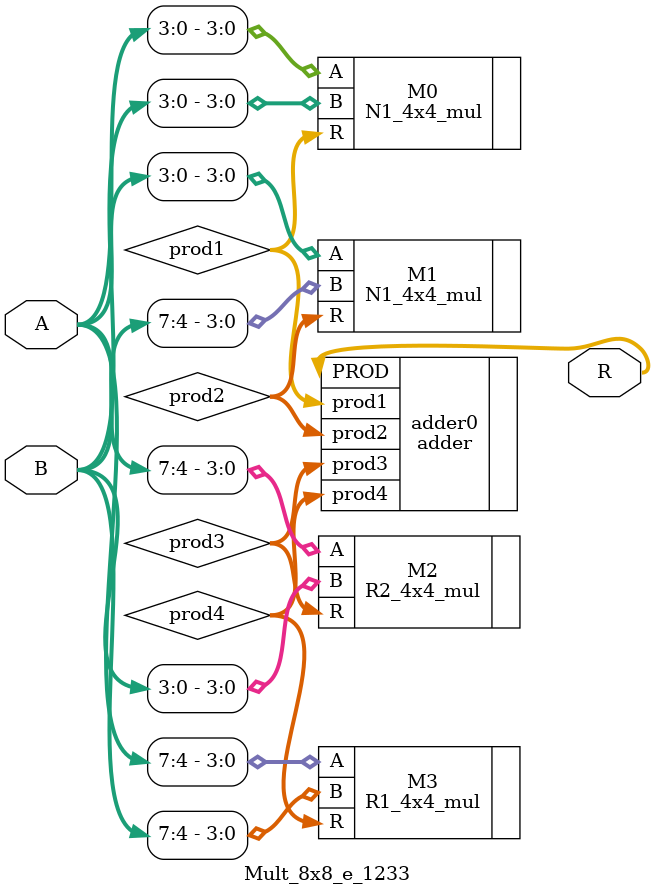
<source format=v>
module Mult_8x8_e_1233(
input [7:0] A,
input [7:0] B,
output [15:0]R
);
wire [7:0]prod1;
wire [7:0]prod2;
wire [7:0]prod3;
wire [7:0]prod4;

N1_4x4_mul M0(.A(A[3:0]),.B(B[3:0]),.R(prod1));
N1_4x4_mul M1(.A(A[3:0]),.B(B[7:4]),.R(prod2));
R2_4x4_mul M2(.A(A[7:4]),.B(B[3:0]),.R(prod3));
R1_4x4_mul M3(.A(A[7:4]),.B(B[7:4]),.R(prod4));
adder adder0(.prod1(prod1),.prod2(prod2),.prod3(prod3),.prod4(prod4),.PROD(R));
endmodule

</source>
